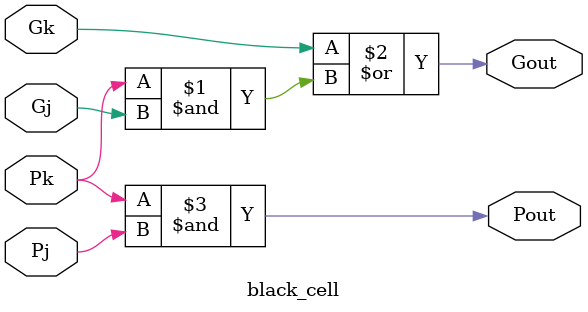
<source format=v>
module black_cell(input Gk, Pk, Gj, Pj, output Gout, Pout);
    assign Gout = Gk | (Pk & Gj);
    assign Pout = Pk & Pj;
endmodule
</source>
